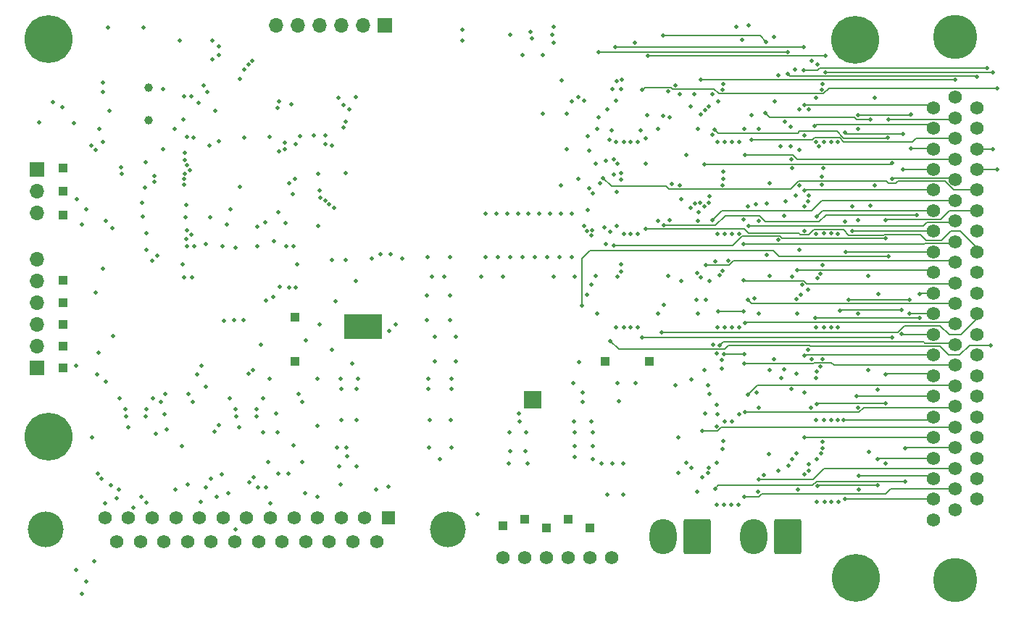
<source format=gbr>
%TF.GenerationSoftware,KiCad,Pcbnew,8.0.1*%
%TF.CreationDate,2024-11-04T21:37:07-08:00*%
%TF.ProjectId,kasm_pcb_rev2,6b61736d-5f70-4636-925f-726576322e6b,rev?*%
%TF.SameCoordinates,Original*%
%TF.FileFunction,Copper,L6,Bot*%
%TF.FilePolarity,Positive*%
%FSLAX46Y46*%
G04 Gerber Fmt 4.6, Leading zero omitted, Abs format (unit mm)*
G04 Created by KiCad (PCBNEW 8.0.1) date 2024-11-04 21:37:07*
%MOMM*%
%LPD*%
G01*
G04 APERTURE LIST*
G04 Aperture macros list*
%AMRoundRect*
0 Rectangle with rounded corners*
0 $1 Rounding radius*
0 $2 $3 $4 $5 $6 $7 $8 $9 X,Y pos of 4 corners*
0 Add a 4 corners polygon primitive as box body*
4,1,4,$2,$3,$4,$5,$6,$7,$8,$9,$2,$3,0*
0 Add four circle primitives for the rounded corners*
1,1,$1+$1,$2,$3*
1,1,$1+$1,$4,$5*
1,1,$1+$1,$6,$7*
1,1,$1+$1,$8,$9*
0 Add four rect primitives between the rounded corners*
20,1,$1+$1,$2,$3,$4,$5,0*
20,1,$1+$1,$4,$5,$6,$7,0*
20,1,$1+$1,$6,$7,$8,$9,0*
20,1,$1+$1,$8,$9,$2,$3,0*%
G04 Aperture macros list end*
%TA.AperFunction,ComponentPad*%
%ADD10C,4.191000*%
%TD*%
%TA.AperFunction,ComponentPad*%
%ADD11R,1.562100X1.562100*%
%TD*%
%TA.AperFunction,ComponentPad*%
%ADD12C,1.562100*%
%TD*%
%TA.AperFunction,ComponentPad*%
%ADD13C,0.600000*%
%TD*%
%TA.AperFunction,SMDPad,CuDef*%
%ADD14R,4.500000X2.950000*%
%TD*%
%TA.AperFunction,ComponentPad*%
%ADD15R,1.000000X1.000000*%
%TD*%
%TA.AperFunction,ComponentPad*%
%ADD16RoundRect,0.250000X1.330000X1.800000X-1.330000X1.800000X-1.330000X-1.800000X1.330000X-1.800000X0*%
%TD*%
%TA.AperFunction,ComponentPad*%
%ADD17O,3.160000X4.100000*%
%TD*%
%TA.AperFunction,ComponentPad*%
%ADD18C,5.600000*%
%TD*%
%TA.AperFunction,ComponentPad*%
%ADD19C,1.574800*%
%TD*%
%TA.AperFunction,ComponentPad*%
%ADD20C,1.575000*%
%TD*%
%TA.AperFunction,ComponentPad*%
%ADD21C,5.175000*%
%TD*%
%TA.AperFunction,SMDPad,CuDef*%
%ADD22R,2.050000X2.050000*%
%TD*%
%TA.AperFunction,ComponentPad*%
%ADD23C,1.000000*%
%TD*%
%TA.AperFunction,ComponentPad*%
%ADD24R,1.700000X1.700000*%
%TD*%
%TA.AperFunction,ComponentPad*%
%ADD25O,1.700000X1.700000*%
%TD*%
%TA.AperFunction,ViaPad*%
%ADD26C,0.500000*%
%TD*%
%TA.AperFunction,Conductor*%
%ADD27C,0.200000*%
%TD*%
%TA.AperFunction,Conductor*%
%ADD28C,0.300000*%
%TD*%
G04 APERTURE END LIST*
D10*
%TO.P,J4,0,PAD*%
%TO.N,GND*%
X81077400Y-115697000D03*
X128118200Y-115697000D03*
D11*
%TO.P,J4,1,1*%
%TO.N,/Eddy Current Sensors/IN3A*%
X121157800Y-114274600D03*
D12*
%TO.P,J4,2,2*%
%TO.N,unconnected-(J4-Pad2)*%
X118397800Y-114274600D03*
%TO.P,J4,3,3*%
%TO.N,/Eddy Current Sensors/IN2B*%
X115637800Y-114274600D03*
%TO.P,J4,4,4*%
%TO.N,/Eddy Current Sensors/IN1A*%
X112877800Y-114274600D03*
%TO.P,J4,5,5*%
%TO.N,unconnected-(J4-Pad5)*%
X110117800Y-114274600D03*
%TO.P,J4,6,6*%
%TO.N,/Eddy Current Sensors/IN0A*%
X107357800Y-114274600D03*
%TO.P,J4,7,7*%
%TO.N,unconnected-(J4-Pad7)*%
X104597800Y-114274600D03*
%TO.P,J4,8,8*%
%TO.N,/Eddy Current Sensors/IN4A*%
X101837800Y-114274600D03*
%TO.P,J4,9,9*%
%TO.N,unconnected-(J4-Pad9)*%
X99077800Y-114274600D03*
%TO.P,J4,10,10*%
%TO.N,/Eddy Current Sensors/IN5B*%
X96317800Y-114274600D03*
%TO.P,J4,11,11*%
%TO.N,/Eddy Current Sensors/IN6A*%
X93557800Y-114274600D03*
%TO.P,J4,12,12*%
%TO.N,unconnected-(J4-Pad12)*%
X90797800Y-114274600D03*
%TO.P,J4,13,13*%
%TO.N,/Eddy Current Sensors/IN7B*%
X88037800Y-114274600D03*
%TO.P,J4,14,P14*%
%TO.N,/Eddy Current Sensors/IN3B*%
X119777800Y-117119400D03*
%TO.P,J4,15,P15*%
%TO.N,/Eddy Current Sensors/IN2A*%
X117017800Y-117119400D03*
%TO.P,J4,16,P16*%
%TO.N,unconnected-(J4-P16-Pad16)*%
X114257800Y-117119400D03*
%TO.P,J4,17,P17*%
%TO.N,/Eddy Current Sensors/IN1B*%
X111497800Y-117119400D03*
%TO.P,J4,18,P18*%
%TO.N,unconnected-(J4-P18-Pad18)*%
X108737800Y-117119400D03*
%TO.P,J4,19,P19*%
%TO.N,/Eddy Current Sensors/IN0B*%
X105977800Y-117119400D03*
%TO.P,J4,20,P20*%
%TO.N,unconnected-(J4-P20-Pad20)*%
X103217800Y-117119400D03*
%TO.P,J4,21,P21*%
%TO.N,/Eddy Current Sensors/IN4B*%
X100457800Y-117119400D03*
%TO.P,J4,22,P22*%
%TO.N,/Eddy Current Sensors/IN5A*%
X97697800Y-117119400D03*
%TO.P,J4,23,P23*%
%TO.N,unconnected-(J4-P23-Pad23)*%
X94937800Y-117119400D03*
%TO.P,J4,24,P24*%
%TO.N,/Eddy Current Sensors/IN6B*%
X92177800Y-117119400D03*
%TO.P,J4,25,P25*%
%TO.N,/Eddy Current Sensors/IN7A*%
X89417800Y-117119400D03*
%TD*%
D13*
%TO.P,U1,9,GNDPAD*%
%TO.N,GND*%
X119989600Y-91357600D03*
X118789600Y-91357600D03*
X117489600Y-91357600D03*
X116389600Y-91357600D03*
D14*
X118189600Y-91957600D03*
D13*
X119989600Y-92557600D03*
X118789600Y-92557600D03*
X117489600Y-92557600D03*
X116389600Y-92557600D03*
%TD*%
D15*
%TO.P,TP13,1,1*%
%TO.N,GND*%
X110261400Y-90850600D03*
%TD*%
D16*
%TO.P,J1,1,Pin_1*%
%TO.N,+12V*%
X167784000Y-116522600D03*
D17*
%TO.P,J1,2,Pin_2*%
%TO.N,GND*%
X163824000Y-116522600D03*
%TD*%
D15*
%TO.P,TP15,1,1*%
%TO.N,GND*%
X83108800Y-86563200D03*
%TD*%
D18*
%TO.P,H3,1,1*%
%TO.N,GND*%
X81432400Y-58389400D03*
%TD*%
D15*
%TO.P,TP16,1,1*%
%TO.N,GND*%
X144741900Y-115468400D03*
%TD*%
D19*
%TO.P,J6,1,Pin_1*%
%TO.N,SPI6_NSS*%
X134518400Y-118986800D03*
%TO.P,J6,2,Pin_2*%
%TO.N,SPI6_SCK*%
X137058400Y-118986800D03*
%TO.P,J6,3,Pin_3*%
%TO.N,SPI6_MISO*%
X139598400Y-118986800D03*
%TO.P,J6,4,Pin_4*%
%TO.N,SPI6_MOSI*%
X142138400Y-118986800D03*
%TO.P,J6,5,Pin_5*%
%TO.N,GND*%
X144678400Y-118986800D03*
%TO.P,J6,6,Pin_6*%
%TO.N,unconnected-(J6-Pin_6-Pad6)*%
X147218400Y-118986800D03*
%TD*%
D15*
%TO.P,TP14,1,1*%
%TO.N,UART4_TX*%
X83108800Y-78892400D03*
%TD*%
%TO.P,TP5,1,1*%
%TO.N,+1.8V*%
X151638000Y-96062800D03*
%TD*%
%TO.P,TP1,1,1*%
%TO.N,GND*%
X146456400Y-96062800D03*
%TD*%
D20*
%TO.P,J20,1,1*%
%TO.N,HRTIM_CHA1_OUT1*%
X184835800Y-66362800D03*
%TO.P,J20,2,2*%
%TO.N,HRTIM_CHA1_OUT2*%
X184835800Y-68772800D03*
%TO.P,J20,3,3*%
%TO.N,HRTIM_CHA2_OUT1*%
X184835800Y-71182800D03*
%TO.P,J20,4,4*%
%TO.N,HRTIM_CHA2_OUT2*%
X184835800Y-73592800D03*
%TO.P,J20,5,5*%
%TO.N,HRTIM_CHB1_OUT1*%
X184835800Y-76002800D03*
%TO.P,J20,6,6*%
%TO.N,HRTIM_CHB1_OUT2*%
X184835800Y-78412800D03*
%TO.P,J20,7,7*%
%TO.N,TIM8_CH4_OUT1*%
X184835800Y-80822800D03*
%TO.P,J20,8,8*%
%TO.N,TIM8_CH4_OUT2*%
X184835800Y-83232800D03*
%TO.P,J20,9,9*%
%TO.N,TIM2_CH1_OUT1*%
X184835800Y-85642800D03*
%TO.P,J20,10,10*%
%TO.N,TIM2_CH1_OUT2*%
X184835800Y-88052800D03*
%TO.P,J20,11,11*%
%TO.N,TIM5_CH2_OUT1*%
X184835800Y-90462800D03*
%TO.P,J20,12,12*%
%TO.N,TIM5_CH2_OUT2*%
X184835800Y-92872800D03*
%TO.P,J20,13,13*%
%TO.N,HRTIM_CHB2_OUT1*%
X184835800Y-95282800D03*
%TO.P,J20,14,14*%
%TO.N,HRTIM_CHB2_OUT2*%
X184835800Y-97692800D03*
%TO.P,J20,15,15*%
%TO.N,HRTIM_CHC1_OUT1*%
X184835800Y-100102800D03*
%TO.P,J20,16,16*%
%TO.N,HRTIM_CHC1_OUT2*%
X184835800Y-102512800D03*
%TO.P,J20,17,17*%
%TO.N,TIM5_CH3_OUT1*%
X184835800Y-104922800D03*
%TO.P,J20,18,18*%
%TO.N,TIM5_CH3_OUT2*%
X184835800Y-107332800D03*
%TO.P,J20,19,19*%
%TO.N,TIM13_CH1_OUT1*%
X184835800Y-109742800D03*
%TO.P,J20,20,20*%
%TO.N,TIM13_CH1_OUT2*%
X184835800Y-112152800D03*
%TO.P,J20,21,21*%
%TO.N,unconnected-(J20-Pad21)*%
X184835800Y-114562800D03*
%TO.P,J20,22,22*%
%TO.N,HRTIM_CHC2_OUT1*%
X187375800Y-65157800D03*
%TO.P,J20,23,23*%
%TO.N,HRTIM_CHC2_OUT2*%
X187375800Y-67567800D03*
%TO.P,J20,24,24*%
%TO.N,HRTIM_CHD1_OUT1*%
X187375800Y-69977800D03*
%TO.P,J20,25,25*%
%TO.N,HRTIM_CHD1_OUT2*%
X187375800Y-72387800D03*
%TO.P,J20,26,26*%
%TO.N,TIM14_CH1_OUT1*%
X187375800Y-74797800D03*
%TO.P,J20,27,27*%
%TO.N,TIM14_CH1_OUT2*%
X187375800Y-77207800D03*
%TO.P,J20,28,28*%
%TO.N,TIM1_CH1_OUT1*%
X187375800Y-79617800D03*
%TO.P,J20,29,29*%
%TO.N,TIM1_CH1_OUT2*%
X187375800Y-82027800D03*
%TO.P,J20,30,30*%
%TO.N,HRTIM_CHD2_OUT1*%
X187375800Y-84437800D03*
%TO.P,J20,31,31*%
%TO.N,HRTIM_CHD2_OUT2*%
X187375800Y-86847800D03*
%TO.P,J20,32,32*%
%TO.N,TIM4_CH2_OUT1*%
X187375800Y-89257800D03*
%TO.P,J20,33,33*%
%TO.N,TIM4_CH2_OUT2*%
X187375800Y-91667800D03*
%TO.P,J20,34,34*%
%TO.N,TIM1_CH2_OUT1*%
X187375800Y-94077800D03*
%TO.P,J20,35,35*%
%TO.N,TIM1_CH2_OUT2*%
X187375800Y-96487800D03*
%TO.P,J20,36,36*%
%TO.N,TIM1_CH3_OUT1*%
X187375800Y-98897800D03*
%TO.P,J20,37,37*%
%TO.N,TIM1_CH3_OUT2*%
X187375800Y-101307800D03*
%TO.P,J20,38,38*%
%TO.N,TIM16_CH1_OUT1*%
X187375800Y-103717800D03*
%TO.P,J20,39,39*%
%TO.N,TIM16_CH1_OUT2*%
X187375800Y-106127800D03*
%TO.P,J20,40,40*%
%TO.N,TIM15_CH1_OUT1*%
X187375800Y-108537800D03*
%TO.P,J20,41,41*%
%TO.N,TIM15_CH1_OUT2*%
X187375800Y-110947800D03*
%TO.P,J20,42,42*%
%TO.N,unconnected-(J20-Pad42)*%
X187375800Y-113357800D03*
%TO.P,J20,43,43*%
%TO.N,TIM1_CH4_OUT1*%
X189915800Y-66362800D03*
%TO.P,J20,44,44*%
%TO.N,TIM1_CH4_OUT2*%
X189915800Y-68772800D03*
%TO.P,J20,45,45*%
%TO.N,TIM12_CH2_OUT1*%
X189915800Y-71182800D03*
%TO.P,J20,46,46*%
%TO.N,TIM12_CH2_OUT2*%
X189915800Y-73592800D03*
%TO.P,J20,47,47*%
%TO.N,TIM15_CH2_OUT1*%
X189915800Y-76002800D03*
%TO.P,J20,48,48*%
%TO.N,TIM15_CH2_OUT2*%
X189915800Y-78412800D03*
%TO.P,J20,49,49*%
%TO.N,TIM4_CH1_OUT1*%
X189915800Y-80822800D03*
%TO.P,J20,50,50*%
%TO.N,TIM4_CH1_OUT2*%
X189915800Y-83232800D03*
%TO.P,J20,51,51*%
%TO.N,TIM4_CH3_OUT1*%
X189915800Y-85642800D03*
%TO.P,J20,52,52*%
%TO.N,TIM4_CH3_OUT2*%
X189915800Y-88052800D03*
%TO.P,J20,53,53*%
%TO.N,TIM4_CH4_OUT1*%
X189915800Y-90462800D03*
%TO.P,J20,54,54*%
%TO.N,TIM4_CH4_OUT2*%
X189915800Y-92872800D03*
%TO.P,J20,55,55*%
%TO.N,unconnected-(J20-Pad55)*%
X189915800Y-95282800D03*
%TO.P,J20,56,56*%
%TO.N,unconnected-(J20-Pad56)*%
X189915800Y-97692800D03*
%TO.P,J20,57,57*%
%TO.N,unconnected-(J20-Pad57)*%
X189915800Y-100102800D03*
%TO.P,J20,58,58*%
%TO.N,unconnected-(J20-Pad58)*%
X189915800Y-102512800D03*
%TO.P,J20,59,59*%
%TO.N,unconnected-(J20-Pad59)*%
X189915800Y-104922800D03*
%TO.P,J20,60,60*%
%TO.N,unconnected-(J20-Pad60)*%
X189915800Y-107332800D03*
%TO.P,J20,61,61*%
%TO.N,unconnected-(J20-Pad61)*%
X189915800Y-109742800D03*
%TO.P,J20,62,62*%
%TO.N,unconnected-(J20-Pad62)*%
X189915800Y-112152800D03*
D21*
%TO.P,J20,MH1,MH1*%
%TO.N,GND*%
X187375800Y-58109800D03*
%TO.P,J20,MH2,MH2*%
X187375800Y-121610800D03*
%TD*%
D15*
%TO.P,TP7,1,1*%
%TO.N,SPI2_SCK*%
X83108800Y-94250932D03*
%TD*%
D18*
%TO.P,H2,1,1*%
%TO.N,GND*%
X81432400Y-104825800D03*
%TD*%
D15*
%TO.P,TP10,1,1*%
%TO.N,SPI2_MOSI*%
X83108800Y-89204800D03*
%TD*%
%TO.P,TP8,1,1*%
%TO.N,SPI2_NSS*%
X83108800Y-96774000D03*
%TD*%
%TO.P,TP9,1,1*%
%TO.N,SPI2_MISO*%
X83108800Y-91727866D03*
%TD*%
D13*
%TO.P,U2,15,PAD_GND*%
%TO.N,GND*%
X137527600Y-100995000D03*
X138527600Y-100995000D03*
D22*
X138027600Y-100495000D03*
D13*
X137527600Y-99995000D03*
X138527600Y-99995000D03*
%TD*%
D18*
%TO.P,H1,1,1*%
%TO.N,GND*%
X175793400Y-121335800D03*
%TD*%
D15*
%TO.P,TP6,1,1*%
%TO.N,SPI6_MOSI*%
X142201900Y-114452400D03*
%TD*%
D18*
%TO.P,H4,1,1*%
%TO.N,GND*%
X175691800Y-58445400D03*
%TD*%
D23*
%TO.P,TP27,1,1*%
%TO.N,I2C4_SCL*%
X93141800Y-64033400D03*
%TD*%
D15*
%TO.P,TP2,1,1*%
%TO.N,SPI6_SCK*%
X137121900Y-114452400D03*
%TD*%
D24*
%TO.P,J5,1,Pin_1*%
%TO.N,+3.3V*%
X120777000Y-56769000D03*
D25*
%TO.P,J5,2,Pin_2*%
%TO.N,DEBUG_JTCK-SWCLK*%
X118237000Y-56769000D03*
%TO.P,J5,3,Pin_3*%
%TO.N,GND*%
X115697000Y-56769000D03*
%TO.P,J5,4,Pin_4*%
%TO.N,DEBUG_JTMS-SWDIO*%
X113157000Y-56769000D03*
%TO.P,J5,5,Pin_5*%
%TO.N,/MCU/NRST*%
X110617000Y-56769000D03*
%TO.P,J5,6,Pin_6*%
%TO.N,DEBUG_JTDO-SWO*%
X108077000Y-56769000D03*
%TD*%
D24*
%TO.P,J7,1,Pin_1*%
%TO.N,UART4_RX*%
X80137000Y-73609200D03*
D25*
%TO.P,J7,2,Pin_2*%
%TO.N,GND*%
X80137000Y-76149200D03*
%TO.P,J7,3,Pin_3*%
%TO.N,UART4_TX*%
X80137000Y-78689200D03*
%TD*%
D24*
%TO.P,J3,1,Pin_1*%
%TO.N,SPI2_NSS*%
X80137000Y-96748600D03*
D25*
%TO.P,J3,2,Pin_2*%
%TO.N,SPI2_SCK*%
X80137000Y-94208600D03*
%TO.P,J3,3,Pin_3*%
%TO.N,SPI2_MISO*%
X80137000Y-91668600D03*
%TO.P,J3,4,Pin_4*%
%TO.N,SPI2_MOSI*%
X80137000Y-89128600D03*
%TO.P,J3,5,Pin_5*%
%TO.N,GND*%
X80137000Y-86588600D03*
%TO.P,J3,6,Pin_6*%
%TO.N,unconnected-(J3-Pin_6-Pad6)*%
X80137000Y-84048600D03*
%TD*%
D23*
%TO.P,TP26,1,1*%
%TO.N,I2C4_SDA*%
X93141800Y-67843400D03*
%TD*%
D15*
%TO.P,TP17,1,1*%
%TO.N,GND*%
X83108800Y-76149200D03*
%TD*%
%TO.P,TP11,1,1*%
%TO.N,UART4_RX*%
X83108800Y-73406000D03*
%TD*%
%TO.P,TP12,1,1*%
%TO.N,+3.3V*%
X110261400Y-96012000D03*
%TD*%
%TO.P,TP4,1,1*%
%TO.N,SPI6_MISO*%
X139661900Y-115468400D03*
%TD*%
%TO.P,TP3,1,1*%
%TO.N,SPI6_NSS*%
X134581900Y-115214400D03*
%TD*%
D16*
%TO.P,J2,1,Pin_1*%
%TO.N,+12V*%
X157198200Y-116522600D03*
D17*
%TO.P,J2,2,Pin_2*%
%TO.N,GND*%
X153238200Y-116522600D03*
%TD*%
D26*
%TO.N,GND*%
X116357400Y-107137200D03*
%TO.N,+3.3V*%
X131572000Y-113893600D03*
%TO.N,GND*%
X171881800Y-63576200D03*
X101346000Y-59182000D03*
X120218200Y-83515200D03*
X115697000Y-102870000D03*
X142544800Y-78765400D03*
X173685200Y-70408800D03*
X117627400Y-98094800D03*
X162026600Y-112826800D03*
X92684600Y-75717400D03*
X152628600Y-90451400D03*
X148310600Y-84709000D03*
X176022000Y-79554800D03*
X172868500Y-70404000D03*
X152628600Y-68861400D03*
X115138200Y-106095800D03*
X125882400Y-106095800D03*
X135051800Y-78765400D03*
X148437600Y-63100700D03*
X164439600Y-68861400D03*
X115697000Y-99263200D03*
X116255800Y-106095800D03*
X143891000Y-99650800D03*
X125704600Y-83845400D03*
X135204200Y-108000800D03*
X150291800Y-81102200D03*
X137185400Y-106527600D03*
X113766600Y-70612000D03*
X98958400Y-65786000D03*
X90805000Y-103733600D03*
X96774000Y-58547000D03*
X162102800Y-81102200D03*
X128422400Y-102870000D03*
X126212600Y-86156800D03*
X148336000Y-74015600D03*
X160274000Y-73865600D03*
X94996000Y-102209600D03*
X172870700Y-102920800D03*
X108432600Y-87274400D03*
X97155000Y-84658200D03*
X114579400Y-70781900D03*
X157327600Y-90449400D03*
X97663000Y-82575400D03*
X153847800Y-64465200D03*
X133807200Y-78765400D03*
X145034000Y-104292400D03*
X157251400Y-111282200D03*
X116916200Y-96291400D03*
X108000800Y-102108000D03*
X160909000Y-84226400D03*
X165658800Y-97053400D03*
X162102800Y-102235000D03*
X177977800Y-75412600D03*
X146050000Y-108000800D03*
X146354800Y-80340200D03*
X135331200Y-104292400D03*
X146710400Y-111582200D03*
X145034000Y-107416600D03*
X149484300Y-70358000D03*
X171907200Y-105435400D03*
X122021600Y-91694000D03*
X137236200Y-104292400D03*
X164363400Y-111284200D03*
X145516600Y-68859400D03*
X162102800Y-70358000D03*
X110312200Y-70612000D03*
X88392000Y-57023000D03*
X101981000Y-91287600D03*
X137947400Y-58293000D03*
X153847800Y-86055200D03*
X128346200Y-83845400D03*
X148564600Y-111607600D03*
X160274000Y-63576200D03*
X92583000Y-57023000D03*
X165658800Y-86055200D03*
X103378000Y-102463600D03*
X136372600Y-102158800D03*
X97282000Y-86207600D03*
X149468100Y-92056800D03*
X173685200Y-81102200D03*
X172937700Y-112471200D03*
X103124000Y-91236800D03*
X162102800Y-92056800D03*
X164439600Y-79580200D03*
X168986200Y-110977400D03*
X136296400Y-78765400D03*
X117424200Y-102870000D03*
X177317400Y-106583200D03*
X172877700Y-92044800D03*
X158165800Y-102133400D03*
X139217400Y-60198000D03*
X161213800Y-112826800D03*
X89712800Y-100355400D03*
X157327600Y-79578200D03*
X176022000Y-101424200D03*
X160274000Y-105308400D03*
X171856400Y-84727200D03*
X92481400Y-79095600D03*
X171958000Y-73456800D03*
X147904200Y-98577400D03*
X176022000Y-68836000D03*
X97307400Y-74701400D03*
X126009400Y-102870000D03*
X177241200Y-97028000D03*
X165582600Y-106888000D03*
X119253000Y-83997800D03*
X90500200Y-102463600D03*
X127203200Y-107416600D03*
X166227000Y-58089800D03*
X161286100Y-70358000D03*
X115443000Y-108331000D03*
X160147000Y-95885000D03*
X92384000Y-77444600D03*
X171907200Y-95732800D03*
X135382000Y-106527600D03*
X161295300Y-81088800D03*
X108229400Y-104343200D03*
X154228800Y-75285600D03*
X115595400Y-98094800D03*
X117475000Y-108331000D03*
X142824200Y-103047800D03*
X140055600Y-78765400D03*
X128524000Y-106095800D03*
X169748200Y-69570600D03*
X169773600Y-80772000D03*
X145034000Y-105943400D03*
X102590600Y-100355400D03*
X90043000Y-74066400D03*
X173685200Y-92056800D03*
X162518600Y-58445400D03*
X137541000Y-78740000D03*
X176022000Y-90426000D03*
X117424200Y-99263200D03*
X166261300Y-65640700D03*
X150037800Y-98602800D03*
X109537597Y-87350600D03*
X145516600Y-90449400D03*
X89941400Y-73304400D03*
X90449400Y-101574600D03*
X147307300Y-108000800D03*
X103327200Y-101574600D03*
X164439600Y-90451400D03*
X98107403Y-65049400D03*
X142773400Y-98577400D03*
X173761400Y-112471200D03*
X144907000Y-103047800D03*
X103682800Y-103733600D03*
X143891000Y-100736400D03*
X98399600Y-69824600D03*
X142925800Y-105943400D03*
X138811000Y-78765400D03*
X97434400Y-79197200D03*
X161286100Y-103068400D03*
X165658800Y-75184000D03*
X173685200Y-102920800D03*
X152628600Y-79580200D03*
X150291800Y-70358000D03*
X142925800Y-107188000D03*
X93802200Y-74371200D03*
X104267000Y-91236800D03*
X161288300Y-92056800D03*
X100584000Y-58547000D03*
X157327600Y-68859400D03*
X168910000Y-90424000D03*
X127711200Y-86156800D03*
X172861500Y-81076800D03*
X141300200Y-78765400D03*
X137414000Y-108000800D03*
X87833200Y-64490600D03*
X140258800Y-57835800D03*
X178003200Y-65204400D03*
X150291800Y-92056800D03*
X121259600Y-92506800D03*
X149477300Y-81102200D03*
X132537200Y-78740000D03*
X109233367Y-82575400D03*
X170484800Y-101422200D03*
X142925800Y-104292400D03*
X177241200Y-86029800D03*
X148564600Y-108000800D03*
X176098200Y-110979400D03*
X136525000Y-103047800D03*
X164439600Y-101449600D03*
%TO.N,+3.3V*%
X129794000Y-57277000D03*
X122783600Y-83997800D03*
X93649800Y-100355400D03*
X125831600Y-98094800D03*
X92913200Y-101574600D03*
X93954600Y-104463100D03*
X112420400Y-69621400D03*
X109499400Y-109143800D03*
X105791000Y-101574600D03*
X125679200Y-88341200D03*
X128371600Y-91186000D03*
X98221800Y-86182200D03*
X129032000Y-96012000D03*
X101346000Y-60198000D03*
X121419000Y-83515200D03*
X110464600Y-84658200D03*
X129032000Y-93167200D03*
X128524000Y-99263200D03*
X93802200Y-75031600D03*
X97307400Y-65049400D03*
X97180400Y-67741800D03*
X108331000Y-109143800D03*
X129794000Y-58547000D03*
X92837000Y-102463600D03*
X106527600Y-100355400D03*
X125831600Y-99263200D03*
X113817400Y-69621400D03*
X110794800Y-69697600D03*
X92862400Y-81041750D03*
X92760800Y-72720200D03*
X97282000Y-75336400D03*
X110337600Y-87350600D03*
X126542800Y-96012000D03*
X110032800Y-82605571D03*
X105714800Y-102463600D03*
X98463003Y-82575400D03*
X80314800Y-68122800D03*
X97600146Y-69794991D03*
X100584000Y-60706000D03*
X125679200Y-91186000D03*
X84429600Y-68148200D03*
X87833200Y-63423800D03*
X126542800Y-93167200D03*
X128371600Y-88341200D03*
X128524000Y-98094800D03*
X92893900Y-82997550D03*
%TO.N,REF*%
X153263600Y-67284600D03*
X178308000Y-99364800D03*
X177444400Y-77851000D03*
X164109400Y-77673200D03*
X153365200Y-89433400D03*
X154025600Y-79552800D03*
X165227000Y-67005200D03*
X164185600Y-99633000D03*
X177495200Y-67741800D03*
X163957000Y-88671400D03*
X178358800Y-88138000D03*
X153238200Y-57962800D03*
X165261800Y-58648600D03*
X179247800Y-107924600D03*
X164998400Y-109354200D03*
%TO.N,DEBUG_JTMS-SWDIO*%
X109055599Y-70471601D03*
%TO.N,SPI2_MOSI*%
X97561400Y-77698600D03*
X84734400Y-77038200D03*
%TO.N,SPI2_MISO*%
X113131600Y-91719400D03*
%TO.N,SPI2_NSS*%
X111506000Y-93599000D03*
%TO.N,SPI2_SCK*%
X88925400Y-80467200D03*
X88950800Y-93091000D03*
X105816400Y-80238600D03*
%TO.N,UART4_RX*%
X83032600Y-66319400D03*
X108229400Y-66421000D03*
%TO.N,UART4_TX*%
X81940400Y-65735200D03*
X108356400Y-65633600D03*
%TO.N,/Eddy Current Sensors/IN0B*%
X105892600Y-110799600D03*
X99857800Y-110794800D03*
%TO.N,/Eddy Current Sensors/IN0A*%
X99263200Y-112445800D03*
X107340400Y-112599600D03*
%TO.N,/Eddy Current Sensors/IN1B*%
X111420200Y-111399600D03*
X102493800Y-111399600D03*
%TO.N,/Eddy Current Sensors/IN1A*%
X112877600Y-111887000D03*
X101057800Y-111836200D03*
%TO.N,/Eddy Current Sensors/IN2B*%
X115595400Y-110413800D03*
X104931100Y-110194800D03*
%TO.N,/Eddy Current Sensors/IN2A*%
X103276400Y-115671600D03*
%TO.N,/Eddy Current Sensors/IN3B*%
X119761000Y-110972600D03*
X106857800Y-110799600D03*
%TO.N,/Eddy Current Sensors/IN3A*%
X121157800Y-110642400D03*
X105431100Y-109561981D03*
%TO.N,TIM1_CH4_OUT1*%
X145719800Y-59842400D03*
X167843200Y-59842400D03*
X167843200Y-62433200D03*
X145719800Y-67462400D03*
X189941200Y-62738000D03*
%TO.N,TIM1_CH2_OUT1*%
X158637827Y-99808938D03*
X159893000Y-94132400D03*
%TO.N,HRTIM_CHD2_OUT1*%
X158242000Y-84785200D03*
X158267400Y-88798400D03*
%TO.N,TIM1_CH3_OUT2*%
X162788600Y-101981000D03*
%TO.N,HRTIM_CHA1_OUT2*%
X170967400Y-68503800D03*
%TO.N,HRTIM_CHD2_OUT2*%
X162661600Y-86563200D03*
X162636200Y-90220800D03*
X159664400Y-90170000D03*
%TO.N,TIM1_CH1_OUT2*%
X162687000Y-82296000D03*
X162687000Y-79428200D03*
%TO.N,TIM5_CH2_OUT1*%
X182041800Y-88798400D03*
X174903718Y-88793411D03*
X182041800Y-90449400D03*
%TO.N,TIM4_CH4_OUT2*%
X150825200Y-93192600D03*
X180009800Y-93192600D03*
%TO.N,TIM16_CH1_OUT2*%
X181559200Y-110083600D03*
X181559200Y-106222800D03*
X159359600Y-110896400D03*
%TO.N,TIM4_CH3_OUT2*%
X147091400Y-93624400D03*
X191490600Y-94132400D03*
%TO.N,HRTIM_CHB1_OUT1*%
X169748200Y-76022200D03*
X169722800Y-77914801D03*
%TO.N,HRTIM_CHB2_OUT1*%
X169722800Y-95351600D03*
X169722800Y-99669600D03*
%TO.N,TIM14_CH1_OUT2*%
X159029400Y-79502000D03*
%TO.N,TIM4_CH2_OUT1*%
X163169600Y-88849200D03*
%TO.N,TIM8_CH4_OUT2*%
X174574200Y-83235800D03*
X174504775Y-79723637D03*
%TO.N,TIM13_CH1_OUT2*%
X174472600Y-112115600D03*
%TO.N,HRTIM_CHC1_OUT1*%
X175895000Y-100076000D03*
%TO.N,TIM1_CH1_OUT1*%
X163195000Y-77927200D03*
X163220400Y-80213200D03*
%TO.N,TIM2_CH1_OUT1*%
X168884600Y-85344000D03*
X168859200Y-88773000D03*
%TO.N,TIM5_CH2_OUT2*%
X173913800Y-90093800D03*
X181102000Y-89992200D03*
X181102000Y-92837000D03*
%TO.N,TIM4_CH3_OUT1*%
X143789400Y-89484200D03*
X179552600Y-83769200D03*
%TO.N,TIM5_CH3_OUT1*%
X169799000Y-104927400D03*
X169799000Y-109270800D03*
%TO.N,HRTIM_CHC2_OUT2*%
X179527200Y-69900800D03*
X179552600Y-67716400D03*
X159258000Y-68935600D03*
%TO.N,TIM1_CH2_OUT2*%
X162737800Y-96291400D03*
X159486600Y-101142800D03*
X162737800Y-95173800D03*
X160324800Y-95148400D03*
%TO.N,TIM4_CH1_OUT1*%
X182880000Y-78892400D03*
X153339800Y-80086200D03*
%TO.N,TIM4_CH2_OUT2*%
X162814000Y-91541600D03*
%TO.N,TIM15_CH1_OUT1*%
X164414200Y-109804200D03*
%TO.N,TIM1_CH4_OUT2*%
X147243800Y-68986400D03*
X147650200Y-59283600D03*
X169672000Y-59283600D03*
X191135000Y-61696600D03*
X169672000Y-61976000D03*
%TO.N,TIM12_CH2_OUT1*%
X191744600Y-62204600D03*
X172186600Y-62230000D03*
X151434800Y-60325000D03*
X172186600Y-60299600D03*
X191744600Y-71247000D03*
X151409400Y-67208400D03*
%TO.N,HRTIM_CHC2_OUT1*%
X154000200Y-67462400D03*
X157632400Y-67183000D03*
X187375800Y-63119000D03*
X157632400Y-63100700D03*
%TO.N,HRTIM_CHA2_OUT1*%
X175996600Y-67208400D03*
X182219600Y-71170800D03*
X182168800Y-67183000D03*
%TO.N,HRTIM_CHA1_OUT1*%
X169722800Y-66090800D03*
%TO.N,HRTIM_CHB1_OUT2*%
X171170600Y-79121000D03*
%TO.N,HRTIM_CHA2_OUT2*%
X181279800Y-69443600D03*
X174523400Y-69265800D03*
X181279800Y-73609200D03*
%TO.N,TIM13_CH1_OUT1*%
X176072800Y-109372400D03*
%TO.N,TIM2_CH1_OUT2*%
X171018200Y-90906600D03*
X183261000Y-90957400D03*
X183261000Y-88163400D03*
%TO.N,TIM15_CH2_OUT2*%
X147472400Y-82473800D03*
X179273200Y-81635600D03*
X179273200Y-79527400D03*
%TO.N,HRTIM_CHD1_OUT2*%
X162763200Y-68859400D03*
X162788600Y-71882000D03*
%TO.N,TIM15_CH2_OUT1*%
X146266000Y-74581500D03*
%TO.N,TIM5_CH3_OUT2*%
X171272200Y-110591600D03*
X178308000Y-110515400D03*
X178308000Y-107467400D03*
%TO.N,TIM15_CH1_OUT2*%
X162737800Y-111861600D03*
%TO.N,TIM8_CH4_OUT1*%
X175387000Y-80822800D03*
X175336200Y-77876400D03*
%TO.N,TIM1_CH3_OUT1*%
X163136056Y-99890056D03*
%TO.N,TIM4_CH1_OUT2*%
X151180800Y-80492600D03*
%TO.N,TIM12_CH2_OUT2*%
X192303400Y-73583800D03*
X192303400Y-64084200D03*
X150622000Y-68986400D03*
X150825200Y-64287400D03*
%TO.N,TIM16_CH1_OUT1*%
X157835600Y-109601000D03*
X157835600Y-104190800D03*
%TO.N,HRTIM_CHD1_OUT1*%
X163550600Y-67208400D03*
X163550600Y-70104000D03*
%TO.N,TIM4_CH4_OUT1*%
X153060400Y-92633800D03*
%TO.N,TIM14_CH1_OUT1*%
X179984400Y-74676000D03*
X179984400Y-72837800D03*
X158089600Y-77927200D03*
X158089600Y-73006800D03*
%TO.N,HRTIM_CHC1_OUT2*%
X174320200Y-102920800D03*
%TO.N,HRTIM_CHB2_OUT2*%
X171221400Y-101011900D03*
X179273200Y-100965000D03*
X179273200Y-97510600D03*
%TO.N,ACTUATOR_ENABLE_MCU*%
X142570200Y-65601100D03*
X109778800Y-65963800D03*
X143408400Y-96088200D03*
%TO.N,/MCU/BOOT0*%
X100914200Y-66751200D03*
X88569800Y-66751200D03*
%TO.N,TIM2_CH4_LDC*%
X97002600Y-105892600D03*
X110032800Y-105867200D03*
%TO.N,I2C4_SDA*%
X97815400Y-99847400D03*
X95072200Y-99847400D03*
X99796600Y-82270600D03*
X94157800Y-83667600D03*
X110686100Y-99854500D03*
%TO.N,I2C4_SCL*%
X101803200Y-82550000D03*
X98323400Y-100761800D03*
X93522800Y-84251800D03*
X107137200Y-107823000D03*
X111074200Y-107823000D03*
X94589600Y-100761800D03*
X111099600Y-100736400D03*
%TO.N,HRTIM_CHD1_PHASE*%
X114251196Y-77680768D03*
X156921200Y-64795400D03*
X159029400Y-64795400D03*
X156977500Y-77597000D03*
%TO.N,TIM8_CH4_PHASE*%
X103301800Y-82702400D03*
X171831000Y-75405400D03*
X169164000Y-83007200D03*
X169189400Y-75463400D03*
%TO.N,TIM12_CH2*%
X147751800Y-65557400D03*
X143992600Y-80162400D03*
X112979200Y-80182300D03*
X143992600Y-65582800D03*
%TO.N,TIM1_CH2_PHASE*%
X158496000Y-98806000D03*
X99542600Y-63746900D03*
X154686000Y-98806000D03*
X154686000Y-63746900D03*
%TO.N,HRTIM_CHA2*%
X143383000Y-74701400D03*
X143383000Y-65151000D03*
X110236000Y-74701400D03*
X171145200Y-65227200D03*
%TO.N,TIM8_CH4*%
X168122600Y-68605400D03*
X171417500Y-70916800D03*
X168122600Y-70866000D03*
X115943300Y-68718200D03*
%TO.N,TIM15_CH2*%
X146544815Y-72605889D03*
X97383600Y-72517000D03*
%TO.N,TIM16_CH1*%
X100279200Y-70764400D03*
X158496000Y-109067600D03*
X86461600Y-70764400D03*
X155016200Y-104902000D03*
X86512400Y-104876600D03*
X155016200Y-109067600D03*
%TO.N,TIM13_CH1*%
X99814000Y-98952511D03*
X168262200Y-99237800D03*
X171196000Y-107442000D03*
X168351200Y-107442000D03*
%TO.N,TIM5_CH2_PHASE*%
X168362200Y-86156800D03*
X171323043Y-86326752D03*
X97966902Y-73679900D03*
X168362200Y-73456800D03*
%TO.N,HRTIM_CHB1*%
X170205400Y-77348122D03*
X167521700Y-77343000D03*
X116197900Y-67995800D03*
X167487600Y-67995800D03*
%TO.N,HRTIM_CHA1*%
X144653000Y-75826100D03*
X113129318Y-76040500D03*
X170230800Y-66548000D03*
X169164000Y-66522600D03*
X169138600Y-71297800D03*
X144653000Y-71348600D03*
%TO.N,SPI6_MOSI*%
X102314000Y-80010000D03*
X85344000Y-123190000D03*
X85344000Y-80010000D03*
%TO.N,HRTIM_CHD2_PHASE*%
X155346400Y-77063600D03*
X113780953Y-77232019D03*
X155346400Y-86588600D03*
X158673800Y-86588600D03*
%TO.N,HRTIM_CHB2_PHASE*%
X103809800Y-63017400D03*
X170611800Y-95808800D03*
X166674800Y-62611000D03*
X166217600Y-95783400D03*
%TO.N,TIM4_CH2*%
X159359600Y-84302600D03*
X101320600Y-70307200D03*
X87764100Y-70350900D03*
X87764100Y-85217000D03*
%TO.N,HRTIM_CHC1_PHASE*%
X171201683Y-97240700D03*
X167435200Y-79019400D03*
X167435200Y-96926400D03*
X109169200Y-79883000D03*
%TO.N,TIM4_CH3_PHASE*%
X146583400Y-82270600D03*
X107797600Y-81998300D03*
%TO.N,TIM13_CH1_PHASE*%
X171704000Y-106756200D03*
X104825800Y-97434400D03*
X168833800Y-97459800D03*
X168833800Y-106807000D03*
%TO.N,HRTIM_CHC2_PHASE*%
X114808000Y-78105000D03*
X156464000Y-66192400D03*
X158623000Y-66192400D03*
X156464000Y-78105000D03*
%TO.N,TIM4_CH1*%
X147802600Y-76174600D03*
X113234860Y-76879477D03*
%TO.N,TIM4_CH4_PHASE*%
X147931768Y-86156297D03*
X145415000Y-72938600D03*
X97617660Y-73073242D03*
X145415000Y-86004400D03*
%TO.N,SPI6_SCK*%
X99314000Y-96545400D03*
X84709000Y-120446800D03*
X84683600Y-96545400D03*
%TO.N,TIM1_CH1_PHASE*%
X155194000Y-75438000D03*
X160197800Y-75438000D03*
X155194000Y-64770000D03*
X99956100Y-64573900D03*
%TO.N,TIM1_CH1*%
X159035165Y-69492689D03*
X104317800Y-69850000D03*
%TO.N,SPI6_MISO*%
X85852000Y-78232000D03*
X85852000Y-121742200D03*
X102727500Y-78232000D03*
%TO.N,HRTIM_CHD2*%
X117373400Y-65125600D03*
X115290600Y-65201800D03*
X117373400Y-86588600D03*
X157657800Y-86175100D03*
%TO.N,TIM12_CH2_PHASE*%
X103809800Y-75590400D03*
X141376400Y-63195200D03*
X147802600Y-63220600D03*
X141351000Y-75438000D03*
%TO.N,HRTIM_CHB1_PHASE*%
X168681400Y-61925200D03*
X170281600Y-76606400D03*
X104343200Y-61925200D03*
X168760000Y-76606400D03*
%TO.N,HRTIM_CHD1*%
X159664400Y-65640700D03*
X115925600Y-66014600D03*
%TO.N,HRTIM_CHA2_PHASE*%
X171272200Y-61341000D03*
X104800400Y-61290200D03*
%TO.N,TIM1_CH3_PHASE*%
X96164400Y-68884800D03*
X87350600Y-68884800D03*
X159486600Y-95072200D03*
X87325200Y-94996000D03*
%TO.N,SPI6_NSS*%
X98806000Y-97561400D03*
X87147400Y-97586800D03*
X86766400Y-119354600D03*
%TO.N,TIM1_CH4*%
X114942100Y-88976200D03*
X116611400Y-66573400D03*
X106857800Y-88900000D03*
X139166600Y-67030600D03*
X146710400Y-66522600D03*
%TO.N,HRTIM_CHC2*%
X109067600Y-71195400D03*
X142011400Y-67030600D03*
X158165800Y-66649600D03*
X142011400Y-71195400D03*
%TO.N,TIM16_CH1_PHASE*%
X156514800Y-98163900D03*
X158585005Y-108474236D03*
X88177600Y-79596500D03*
X156514800Y-108458000D03*
X106807000Y-79756000D03*
X88163400Y-98425000D03*
%TO.N,TIM15_CH2_PHASE*%
X146989800Y-70154800D03*
X107315000Y-69773800D03*
%TO.N,TIM1_CH2*%
X158038800Y-97028000D03*
X105308400Y-97028000D03*
%TO.N,TIM1_CH3*%
X159080200Y-94107000D03*
X106299000Y-94081600D03*
%TO.N,TIM1_CH4_PHASE*%
X94792800Y-64160400D03*
X147345400Y-64160400D03*
%TO.N,TIM5_CH3_PHASE*%
X147472400Y-72415400D03*
X97332800Y-74093400D03*
X170272043Y-108089071D03*
X168267900Y-72415400D03*
X147497800Y-74168000D03*
X167868600Y-108229400D03*
%TO.N,TIM14_CH1*%
X158623000Y-77444600D03*
X157403800Y-78601200D03*
X100304600Y-79171800D03*
X157559211Y-77449980D03*
%TO.N,TIM4_CH4*%
X145001500Y-76370700D03*
X144983200Y-80695800D03*
X110007400Y-76454000D03*
X147040600Y-80848200D03*
%TO.N,HRTIM_CHA1_PHASE*%
X105283000Y-60876700D03*
X170611800Y-60876700D03*
%TO.N,TIM15_CH1_PHASE*%
X107314000Y-98043000D03*
X112903000Y-103581200D03*
X159537400Y-103606600D03*
X112826800Y-98044000D03*
%TO.N,TIM15_CH1*%
X97374859Y-71686500D03*
X159486600Y-107899200D03*
X155956000Y-107899200D03*
X155950500Y-71901900D03*
%TO.N,TIM4_CH1_PHASE*%
X108280200Y-78613000D03*
X151231600Y-69977000D03*
X147911300Y-72948800D03*
X151231600Y-72948800D03*
X144449800Y-78333600D03*
X144406100Y-69684900D03*
%TO.N,TIM4_CH3*%
X109575600Y-75209400D03*
X145891300Y-75184000D03*
%TO.N,TIM2_CH1*%
X144348200Y-80791900D03*
X169367200Y-88214200D03*
X97612200Y-80695800D03*
X144399000Y-88214200D03*
%TO.N,TIM4_CH2_PHASE*%
X159842200Y-85979000D03*
X157175200Y-88798400D03*
X157200600Y-85717900D03*
X107727500Y-88468200D03*
%TO.N,TIM14_CH1_PHASE*%
X158648400Y-76708000D03*
X165354000Y-77597000D03*
X105816400Y-82575400D03*
X165354000Y-83566000D03*
%TO.N,TIM2_CH1_PHASE*%
X86937100Y-87960200D03*
X170155069Y-87644585D03*
X94818200Y-71247000D03*
X86937100Y-71272400D03*
%TO.N,HRTIM_CHC1*%
X166954200Y-70884300D03*
X167088300Y-97942400D03*
X171119800Y-97942400D03*
X108356400Y-71488400D03*
%TO.N,TIM5_CH2*%
X144881600Y-81305400D03*
X144881600Y-87071200D03*
X98120200Y-81209300D03*
X169519600Y-87071200D03*
%TO.N,HRTIM_CHB2*%
X114528600Y-84175600D03*
X116179600Y-84175600D03*
X112953800Y-74060900D03*
X114528600Y-94633300D03*
X170180000Y-94633300D03*
X116179600Y-74041000D03*
%TO.N,TIM5_CH3*%
X97561400Y-81722800D03*
X170307000Y-108788200D03*
X166674800Y-81838800D03*
X166674800Y-108788200D03*
%TO.N,+1.8V*%
X171660096Y-96656595D03*
X160274000Y-74676000D03*
X148310600Y-85509003D03*
X142544800Y-83845400D03*
X171799288Y-64262000D03*
X135356600Y-57835800D03*
X160475500Y-92056800D03*
X172048700Y-81076800D03*
X171145200Y-81102200D03*
X160473300Y-70358000D03*
X171094400Y-70358000D03*
X159562800Y-81102200D03*
X160202274Y-106305021D03*
X148655300Y-92056800D03*
X160482500Y-81088800D03*
X172124900Y-112471200D03*
X160096200Y-96875600D03*
X132537200Y-83845400D03*
X171145200Y-102920800D03*
X133966857Y-83845400D03*
X159562800Y-102235000D03*
X148361400Y-74777600D03*
X171831000Y-74472800D03*
X160197800Y-85445311D03*
X172055700Y-70404000D03*
X159486600Y-112826800D03*
X136804400Y-60172600D03*
X163229800Y-56718200D03*
X172057900Y-102920800D03*
X137744200Y-57480200D03*
X171881800Y-106146600D03*
X141115142Y-83845400D03*
X148056600Y-100711000D03*
X147853400Y-80162400D03*
X171221400Y-112471200D03*
X148671500Y-70358000D03*
X172064900Y-92044800D03*
X132029200Y-86156800D03*
X138255828Y-83845400D03*
X147751800Y-70358000D03*
X160473300Y-103068400D03*
X135396514Y-83845400D03*
X159562800Y-70358000D03*
X140436600Y-86156800D03*
X134529200Y-86156800D03*
X147751800Y-92056800D03*
X159562800Y-92056800D03*
X136826171Y-83845400D03*
X148361400Y-64160400D03*
X142936600Y-86156800D03*
X160223200Y-64287400D03*
X171653178Y-85825740D03*
X139685485Y-83845400D03*
X148664500Y-81102200D03*
X171145200Y-92056800D03*
X160401000Y-112826800D03*
%TO.N,LDC0_INTB*%
X100812600Y-104267000D03*
X106527600Y-104292400D03*
%TO.N,LDC1_INTB*%
X101346000Y-103479600D03*
X95250000Y-104013000D03*
%TO.N,/Eddy Current Sensors/IN7B*%
X88087200Y-112598200D03*
X92913200Y-112522000D03*
%TO.N,/Eddy Current Sensors/IN5A*%
X88722200Y-110490000D03*
X97688400Y-110448800D03*
%TO.N,/Eddy Current Sensors/IN5B*%
X89687400Y-111048800D03*
X96240600Y-111048800D03*
%TO.N,/Eddy Current Sensors/IN4A*%
X101676200Y-109245400D03*
X87249000Y-109169200D03*
%TO.N,/Eddy Current Sensors/IN6A*%
X91355018Y-113121082D03*
%TO.N,/Eddy Current Sensors/IN4B*%
X100457000Y-109778800D03*
X87655400Y-109728000D03*
%TO.N,/Eddy Current Sensors/IN7A*%
X92326600Y-111887000D03*
X89417800Y-112072000D03*
%TO.N,EN_U13*%
X140462000Y-56896000D03*
X161798000Y-56896000D03*
%TO.N,EN_U16*%
X140462000Y-58801000D03*
X149987000Y-58801000D03*
%TD*%
D27*
%TO.N,REF*%
X165709600Y-67487800D02*
X175639603Y-67487800D01*
X175639603Y-67487800D02*
X175893603Y-67741800D01*
X164576000Y-57962800D02*
X153238200Y-57962800D01*
X165261800Y-58648600D02*
X164576000Y-57962800D01*
X165227000Y-67005200D02*
X165709600Y-67487800D01*
X175893603Y-67741800D02*
X177495200Y-67741800D01*
%TO.N,TIM1_CH4_OUT1*%
X172383997Y-62669000D02*
X172372997Y-62680000D01*
X168090000Y-62680000D02*
X167843200Y-62433200D01*
X172372997Y-62680000D02*
X168090000Y-62680000D01*
X189872200Y-62669000D02*
X172383997Y-62669000D01*
X145719800Y-59842400D02*
X167843200Y-59842400D01*
X189941200Y-62738000D02*
X189872200Y-62669000D01*
%TO.N,TIM1_CH2_OUT1*%
X160274000Y-93751400D02*
X183692800Y-93751400D01*
X183819800Y-93878400D02*
X187176400Y-93878400D01*
X183692800Y-93751400D02*
X183819800Y-93878400D01*
X187176400Y-93878400D02*
X187375800Y-94077800D01*
X159893000Y-94132400D02*
X160274000Y-93751400D01*
%TO.N,HRTIM_CHD2_OUT1*%
X161494597Y-84277200D02*
X187215200Y-84277200D01*
X160986597Y-84785200D02*
X161494597Y-84277200D01*
X158242000Y-84785200D02*
X160986597Y-84785200D01*
X187215200Y-84277200D02*
X187375800Y-84437800D01*
%TO.N,TIM1_CH3_OUT2*%
X176149000Y-101981000D02*
X162788600Y-101981000D01*
X176715000Y-101415000D02*
X176149000Y-101981000D01*
X187268600Y-101415000D02*
X176715000Y-101415000D01*
X187375800Y-101307800D02*
X187268600Y-101415000D01*
%TO.N,HRTIM_CHA1_OUT2*%
X170967400Y-68503800D02*
X171135200Y-68336000D01*
X171135200Y-68336000D02*
X184399000Y-68336000D01*
X184399000Y-68336000D02*
X184835800Y-68772800D01*
%TO.N,HRTIM_CHD2_OUT2*%
X187254000Y-86969600D02*
X187375800Y-86847800D01*
X162719600Y-86621200D02*
X169705997Y-86621200D01*
X159664400Y-90170000D02*
X159715200Y-90220800D01*
X159715200Y-90220800D02*
X162636200Y-90220800D01*
X170054397Y-86969600D02*
X187254000Y-86969600D01*
X162661600Y-86563200D02*
X162719600Y-86621200D01*
X169705997Y-86621200D02*
X170054397Y-86969600D01*
%TO.N,TIM1_CH1_OUT2*%
X162687000Y-82296000D02*
X183743600Y-82296000D01*
X183743600Y-82296000D02*
X183819800Y-82219800D01*
X187183800Y-82219800D02*
X187375800Y-82027800D01*
X183819800Y-82219800D02*
X187183800Y-82219800D01*
%TO.N,TIM5_CH2_OUT1*%
X182055200Y-90462800D02*
X184835800Y-90462800D01*
X174903718Y-88793411D02*
X182036811Y-88793411D01*
X182041800Y-90449400D02*
X182055200Y-90462800D01*
X182036811Y-88793411D02*
X182041800Y-88798400D01*
%TO.N,TIM4_CH4_OUT2*%
X180009800Y-93192600D02*
X150825200Y-93192600D01*
%TO.N,TIM16_CH1_OUT2*%
X171162003Y-110065400D02*
X181541000Y-110065400D01*
X159359600Y-110896400D02*
X159728600Y-110527400D01*
X170700003Y-110527400D02*
X171162003Y-110065400D01*
X181654200Y-106127800D02*
X187375800Y-106127800D01*
X159728600Y-110527400D02*
X170700003Y-110527400D01*
X181541000Y-110065400D02*
X181559200Y-110083600D01*
X181559200Y-106222800D02*
X181654200Y-106127800D01*
%TO.N,TIM4_CH3_OUT2*%
X160883500Y-94183300D02*
X160451800Y-94615000D01*
X170442497Y-94259400D02*
X170366397Y-94183300D01*
X148082000Y-94615000D02*
X147091400Y-93624400D01*
X191490600Y-94132400D02*
X189026800Y-94132400D01*
X187909200Y-95250000D02*
X186588400Y-95250000D01*
X170366397Y-94183300D02*
X160883500Y-94183300D01*
X185597800Y-94259400D02*
X170442497Y-94259400D01*
X189026800Y-94132400D02*
X187909200Y-95250000D01*
X160451800Y-94615000D02*
X148082000Y-94615000D01*
X186588400Y-95250000D02*
X185597800Y-94259400D01*
%TO.N,HRTIM_CHB1_OUT1*%
X184835800Y-76002800D02*
X169767600Y-76002800D01*
X169767600Y-76002800D02*
X169748200Y-76022200D01*
%TO.N,HRTIM_CHB2_OUT1*%
X184835800Y-95282800D02*
X169791600Y-95282800D01*
X169791600Y-95282800D02*
X169722800Y-95351600D01*
%TO.N,TIM14_CH1_OUT2*%
X159029400Y-79502000D02*
X160096200Y-78435200D01*
X160096200Y-78435200D02*
X170586400Y-78435200D01*
X171813800Y-77207800D02*
X187375800Y-77207800D01*
X170586400Y-78435200D02*
X171813800Y-77207800D01*
%TO.N,TIM4_CH2_OUT1*%
X163578200Y-89257800D02*
X163169600Y-88849200D01*
X187375800Y-89257800D02*
X163578200Y-89257800D01*
%TO.N,TIM8_CH4_OUT2*%
X174574200Y-83235800D02*
X174577200Y-83232800D01*
X174577200Y-83232800D02*
X184835800Y-83232800D01*
%TO.N,TIM13_CH1_OUT2*%
X174509800Y-112152800D02*
X174472600Y-112115600D01*
X184835800Y-112152800D02*
X174509800Y-112152800D01*
%TO.N,HRTIM_CHC1_OUT1*%
X175895000Y-100076000D02*
X175921800Y-100102800D01*
X175921800Y-100102800D02*
X184835800Y-100102800D01*
%TO.N,TIM1_CH1_OUT1*%
X183616600Y-80213200D02*
X163220400Y-80213200D01*
X187375800Y-79617800D02*
X187212200Y-79781400D01*
X184048400Y-79781400D02*
X183616600Y-80213200D01*
X187212200Y-79781400D02*
X184048400Y-79781400D01*
%TO.N,TIM2_CH1_OUT1*%
X184537000Y-85344000D02*
X184835800Y-85642800D01*
X168884600Y-85344000D02*
X184537000Y-85344000D01*
%TO.N,TIM5_CH2_OUT2*%
X181137800Y-92872800D02*
X184835800Y-92872800D01*
X173913800Y-90093800D02*
X174031600Y-89976000D01*
X174031600Y-89976000D02*
X181085800Y-89976000D01*
X181102000Y-92837000D02*
X181137800Y-92872800D01*
X181085800Y-89976000D02*
X181102000Y-89992200D01*
%TO.N,TIM4_CH3_OUT1*%
X144671200Y-83116000D02*
X143789400Y-83997800D01*
X179552600Y-83769200D02*
X166801800Y-83769200D01*
X143789400Y-83997800D02*
X143789400Y-89484200D01*
X166801800Y-83769200D02*
X166148600Y-83116000D01*
X166148600Y-83116000D02*
X144671200Y-83116000D01*
%TO.N,TIM5_CH3_OUT1*%
X169803600Y-104922800D02*
X169799000Y-104927400D01*
X184835800Y-104922800D02*
X169803600Y-104922800D01*
%TO.N,HRTIM_CHC2_OUT2*%
X168960101Y-69342000D02*
X159664400Y-69342000D01*
X179527200Y-69900800D02*
X179474000Y-69954000D01*
X187227200Y-67716400D02*
X187375800Y-67567800D01*
X179552600Y-67716400D02*
X187227200Y-67716400D01*
X174373400Y-69954000D02*
X173540000Y-69120600D01*
X169181501Y-69120600D02*
X168960101Y-69342000D01*
X179474000Y-69954000D02*
X174373400Y-69954000D01*
X173540000Y-69120600D02*
X169181501Y-69120600D01*
X159664400Y-69342000D02*
X159258000Y-68935600D01*
%TO.N,TIM1_CH2_OUT2*%
X173210797Y-96487800D02*
X172905797Y-96182800D01*
X172905797Y-96182800D02*
X170898200Y-96182800D01*
X187375800Y-96487800D02*
X173210797Y-96487800D01*
X170898200Y-96182800D02*
X170789600Y-96291400D01*
X170789600Y-96291400D02*
X162737800Y-96291400D01*
X162712400Y-95148400D02*
X162737800Y-95173800D01*
X160324800Y-95148400D02*
X162712400Y-95148400D01*
%TO.N,TIM4_CH1_OUT1*%
X159385000Y-80086200D02*
X160493000Y-78978200D01*
X171475400Y-79705200D02*
X172288200Y-78892400D01*
X165200997Y-79705200D02*
X171475400Y-79705200D01*
X172288200Y-78892400D02*
X182880000Y-78892400D01*
X160493000Y-78978200D02*
X164473997Y-78978200D01*
X153339800Y-80086200D02*
X159385000Y-80086200D01*
X164473997Y-78978200D02*
X165200997Y-79705200D01*
%TO.N,TIM4_CH2_OUT2*%
X187375800Y-91667800D02*
X187198800Y-91490800D01*
X187198800Y-91490800D02*
X162864800Y-91490800D01*
X162864800Y-91490800D02*
X162814000Y-91541600D01*
%TO.N,TIM15_CH1_OUT1*%
X187375800Y-108537800D02*
X172030600Y-108537800D01*
X172030600Y-108537800D02*
X170764200Y-109804200D01*
X170764200Y-109804200D02*
X164414200Y-109804200D01*
%TO.N,TIM1_CH4_OUT2*%
X191135000Y-61696600D02*
X171552997Y-61696600D01*
X171273597Y-61976000D02*
X169672000Y-61976000D01*
X171552997Y-61696600D02*
X171273597Y-61976000D01*
X169672000Y-59283600D02*
X147650200Y-59283600D01*
%TO.N,TIM12_CH2_OUT1*%
X189980000Y-71247000D02*
X189915800Y-71182800D01*
X151434800Y-60325000D02*
X172161200Y-60325000D01*
X172161200Y-60325000D02*
X172186600Y-60299600D01*
X191744600Y-71247000D02*
X189980000Y-71247000D01*
X172186600Y-62230000D02*
X191719200Y-62230000D01*
X191719200Y-62230000D02*
X191744600Y-62204600D01*
%TO.N,HRTIM_CHC2_OUT1*%
X187357500Y-63100700D02*
X157632400Y-63100700D01*
X187375800Y-63119000D02*
X187357500Y-63100700D01*
D28*
%TO.N,HRTIM_CHA2_OUT1*%
X182143400Y-67208400D02*
X182168800Y-67183000D01*
D27*
X175996600Y-67208400D02*
X182143400Y-67208400D01*
X184823800Y-71170800D02*
X184835800Y-71182800D01*
X182219600Y-71170800D02*
X184823800Y-71170800D01*
%TO.N,HRTIM_CHA1_OUT1*%
X184521000Y-66048000D02*
X184835800Y-66362800D01*
X169722800Y-66090800D02*
X169765600Y-66048000D01*
X169765600Y-66048000D02*
X184521000Y-66048000D01*
%TO.N,HRTIM_CHB1_OUT2*%
X171878800Y-78412800D02*
X184835800Y-78412800D01*
X171170600Y-79121000D02*
X171878800Y-78412800D01*
%TO.N,HRTIM_CHA2_OUT2*%
X181296200Y-73592800D02*
X184835800Y-73592800D01*
X174701200Y-69443600D02*
X181279800Y-69443600D01*
X181279800Y-73609200D02*
X181296200Y-73592800D01*
X174523400Y-69265800D02*
X174701200Y-69443600D01*
%TO.N,TIM13_CH1_OUT1*%
X184465400Y-109372400D02*
X184835800Y-109742800D01*
X176072800Y-109372400D02*
X184465400Y-109372400D01*
%TO.N,TIM2_CH1_OUT2*%
X184835800Y-88052800D02*
X183371600Y-88052800D01*
X183210200Y-90906600D02*
X183261000Y-90957400D01*
X183371600Y-88052800D02*
X183261000Y-88163400D01*
X171018200Y-90906600D02*
X183210200Y-90906600D01*
%TO.N,TIM15_CH2_OUT2*%
X161367597Y-82473800D02*
X147472400Y-82473800D01*
X189915800Y-78412800D02*
X186687000Y-78412800D01*
X162452597Y-81388800D02*
X161367597Y-82473800D01*
X185648600Y-79451200D02*
X179349400Y-79451200D01*
X179349400Y-79451200D02*
X179273200Y-79527400D01*
X167107997Y-81635600D02*
X166861197Y-81388800D01*
X186687000Y-78412800D02*
X185648600Y-79451200D01*
X179273200Y-81635600D02*
X167107997Y-81635600D01*
X166861197Y-81388800D02*
X162452597Y-81388800D01*
%TO.N,HRTIM_CHD1_OUT2*%
X168931897Y-72387800D02*
X168426097Y-71882000D01*
X168426097Y-71882000D02*
X162788600Y-71882000D01*
X187375800Y-72387800D02*
X168931897Y-72387800D01*
%TO.N,TIM15_CH2_OUT1*%
X179552600Y-75209400D02*
X180467000Y-75209400D01*
X186156600Y-74980800D02*
X187178600Y-76002800D01*
X146266000Y-74581500D02*
X147224100Y-75539600D01*
X179298600Y-74955400D02*
X179552600Y-75209400D01*
X169061003Y-74955400D02*
X179298600Y-74955400D01*
X187178600Y-76002800D02*
X189915800Y-76002800D01*
X180695600Y-74980800D02*
X186156600Y-74980800D01*
X147224100Y-75539600D02*
X153567003Y-75539600D01*
X153567003Y-75539600D02*
X153915403Y-75888000D01*
X168128403Y-75888000D02*
X169061003Y-74955400D01*
X153915403Y-75888000D02*
X168128403Y-75888000D01*
X180467000Y-75209400D02*
X180695600Y-74980800D01*
%TO.N,TIM5_CH3_OUT2*%
X171348400Y-110515400D02*
X171272200Y-110591600D01*
X178442600Y-107332800D02*
X178308000Y-107467400D01*
X178308000Y-110515400D02*
X171348400Y-110515400D01*
X184835800Y-107332800D02*
X178442600Y-107332800D01*
%TO.N,TIM15_CH1_OUT2*%
X179261198Y-111556800D02*
X164727197Y-111556800D01*
X187375800Y-110947800D02*
X179870198Y-110947800D01*
X164727197Y-111556800D02*
X164422397Y-111861600D01*
X164422397Y-111861600D02*
X162737800Y-111861600D01*
X179870198Y-110947800D02*
X179261198Y-111556800D01*
%TO.N,TIM8_CH4_OUT1*%
X175387000Y-80822800D02*
X184835800Y-80822800D01*
%TO.N,TIM1_CH3_OUT1*%
X164238312Y-98787800D02*
X187265800Y-98787800D01*
X187265800Y-98787800D02*
X187375800Y-98897800D01*
X163136056Y-99890056D02*
X164238312Y-98787800D01*
%TO.N,TIM4_CH1_OUT2*%
X174294800Y-80619600D02*
X174955200Y-81280000D01*
X179086803Y-81185600D02*
X183268200Y-81185600D01*
X183946800Y-81864200D02*
X185801000Y-81864200D01*
X186842400Y-80822800D02*
X187985400Y-80822800D01*
X151180800Y-80492600D02*
X151224400Y-80536200D01*
X189915800Y-82753200D02*
X189915800Y-83232800D01*
X169291000Y-81229200D02*
X170230800Y-81229200D01*
X183268200Y-81185600D02*
X183946800Y-81864200D01*
X162719601Y-80536200D02*
X163260201Y-81076800D01*
X163260201Y-81076800D02*
X169138600Y-81076800D01*
X185801000Y-81864200D02*
X186842400Y-80822800D01*
X151224400Y-80536200D02*
X162719601Y-80536200D01*
X170840400Y-80619600D02*
X174294800Y-80619600D01*
X187985400Y-80822800D02*
X189915800Y-82753200D01*
X170230800Y-81229200D02*
X170840400Y-80619600D01*
X174955200Y-81280000D02*
X178992403Y-81280000D01*
X178992403Y-81280000D02*
X179086803Y-81185600D01*
X169138600Y-81076800D02*
X169291000Y-81229200D01*
%TO.N,TIM12_CH2_OUT2*%
X171978485Y-64719200D02*
X160427797Y-64719200D01*
X160427797Y-64719200D02*
X160409597Y-64737400D01*
X189915800Y-73592800D02*
X192294400Y-73592800D01*
X172613485Y-64084200D02*
X171978485Y-64719200D01*
X154392300Y-64196900D02*
X154210600Y-64015200D01*
X151097400Y-64015200D02*
X150825200Y-64287400D01*
X159758800Y-64737400D02*
X159218300Y-64196900D01*
X192294400Y-73592800D02*
X192303400Y-73583800D01*
X159218300Y-64196900D02*
X154392300Y-64196900D01*
X192303400Y-64084200D02*
X172613485Y-64084200D01*
X160409597Y-64737400D02*
X159758800Y-64737400D01*
X154210600Y-64015200D02*
X151097400Y-64015200D01*
%TO.N,TIM16_CH1_OUT1*%
X160062597Y-103717800D02*
X159589597Y-104190800D01*
X159589597Y-104190800D02*
X157835600Y-104190800D01*
X187375800Y-103717800D02*
X160062597Y-103717800D01*
%TO.N,HRTIM_CHD1_OUT1*%
X173903136Y-69908000D02*
X174353136Y-70358000D01*
X182790300Y-69977800D02*
X187375800Y-69977800D01*
X163550600Y-70104000D02*
X170712003Y-70104000D01*
X174353136Y-70358000D02*
X182410100Y-70358000D01*
X170712003Y-70104000D02*
X170908003Y-69908000D01*
X170908003Y-69908000D02*
X173903136Y-69908000D01*
X182410100Y-70358000D02*
X182790300Y-69977800D01*
%TO.N,TIM4_CH4_OUT1*%
X186664600Y-92887800D02*
X185623200Y-91846400D01*
X188036200Y-92887800D02*
X186664600Y-92887800D01*
X189915800Y-91008200D02*
X188036200Y-92887800D01*
X189915800Y-90462800D02*
X189915800Y-91008200D01*
X181456203Y-91846400D02*
X180668803Y-92633800D01*
X185623200Y-91846400D02*
X181456203Y-91846400D01*
X180668803Y-92633800D02*
X153060400Y-92633800D01*
%TO.N,TIM14_CH1_OUT1*%
X187203200Y-74625200D02*
X180035200Y-74625200D01*
X187375800Y-74797800D02*
X187203200Y-74625200D01*
X179815400Y-73006800D02*
X179984400Y-72837800D01*
X180035200Y-74625200D02*
X179984400Y-74676000D01*
X158089600Y-73006800D02*
X179815400Y-73006800D01*
%TO.N,HRTIM_CHC1_OUT2*%
X174320200Y-102920800D02*
X184427800Y-102920800D01*
X184427800Y-102920800D02*
X184835800Y-102512800D01*
%TO.N,HRTIM_CHB2_OUT2*%
X179291400Y-97492400D02*
X179273200Y-97510600D01*
X184835800Y-97692800D02*
X184635400Y-97492400D01*
X171268300Y-100965000D02*
X179273200Y-100965000D01*
X184635400Y-97492400D02*
X179291400Y-97492400D01*
X171221400Y-101011900D02*
X171268300Y-100965000D01*
%TD*%
M02*

</source>
